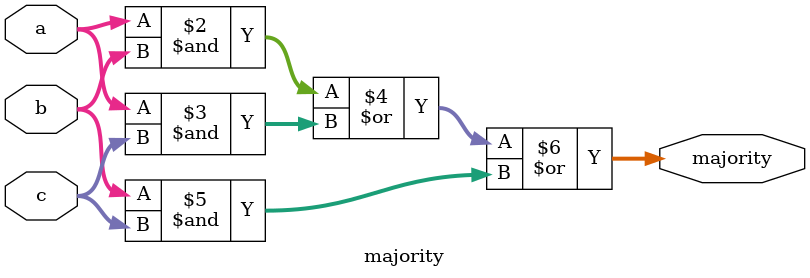
<source format=v>
module majority
(
    input  [7:0] a,
    input  [7:0] b,
    input  [7:0] c,
    output reg [7:0] majority
);
    always @(a|b|c) 
    begin
        majority = (a & b) | (a & c) | (b & c);
    end
endmodule
</source>
